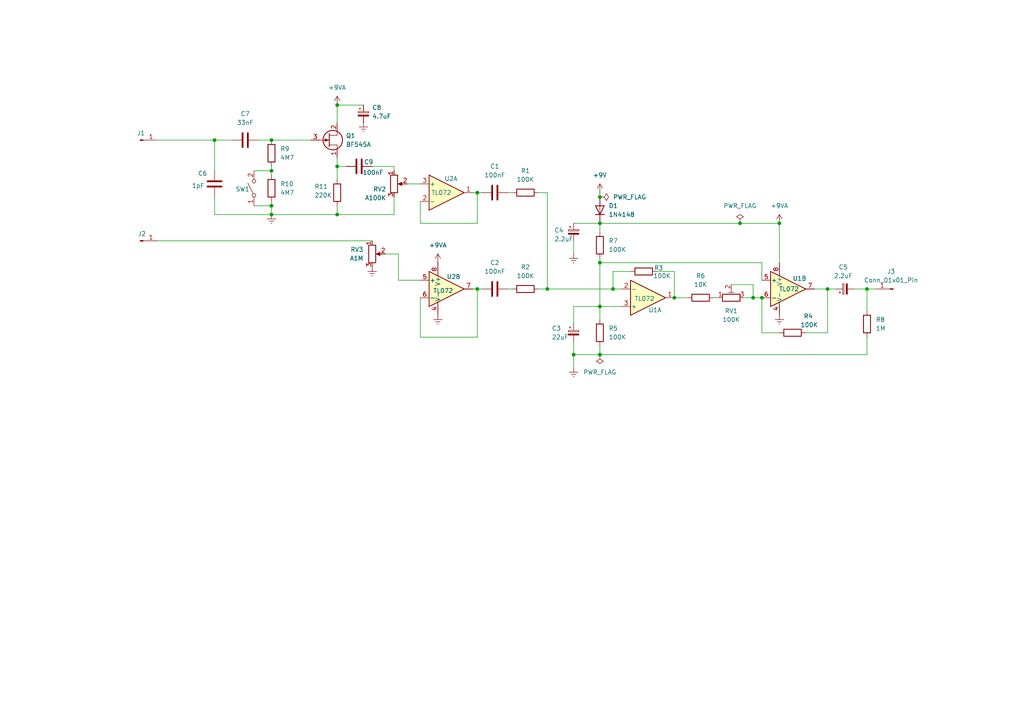
<source format=kicad_sch>
(kicad_sch (version 20250114) (generator "eeschema") (generator_version "9.0")
  (paper "A4")
  (lib_symbols
    (symbol "Amplifier_Operational:TL072" (pin_names (offset 0.127))
      (property "Reference" "U" (at 0 5.08 0))
      (property "Value" "TL072" (at 0 -5.08 0))
      (symbol "TL072_1_1"
        (polyline (pts (xy -5.08 5.08) (xy 5.08 0) (xy -5.08 -5.08) (xy -5.08 5.08)) (stroke (width 0.254)) (fill (type background)))
        (pin input line (at -7.62 2.54 0) (length 2.54) (name "+") (number "3"))
        (pin input line (at -7.62 -2.54 0) (length 2.54) (name "-") (number "2"))
        (pin output line (at 7.62 0 180) (length 2.54) (name "~") (number "1"))
      )
      (symbol "TL072_2_1"
        (polyline (pts (xy -5.08 5.08) (xy 5.08 0) (xy -5.08 -5.08) (xy -5.08 5.08)) (stroke (width 0.254)) (fill (type background)))
        (pin input line (at -7.62 2.54 0) (length 2.54) (name "+") (number "5"))
        (pin input line (at -7.62 -2.54 0) (length 2.54) (name "-") (number "6"))
        (pin output line (at 7.62 0 180) (length 2.54) (name "~") (number "7"))
      )
      (symbol "TL072_3_1"
        (pin power_in line (at -2.54 7.62 270) (length 3.81) (name "V+") (number "8"))
        (pin power_in line (at -2.54 -7.62 90) (length 3.81) (name "V-") (number "4"))
      )
    )
    (symbol "Connector:Conn_01x01_Pin" (pin_names (offset 1.016) (hide yes))
      (property "Reference" "J" (at 0 2.54 0))
      (property "Value" "Conn_01x01_Pin" (at 0 -2.54 0))
      (symbol "Conn_01x01_Pin_1_1"
        (rectangle (start 0.8636 0.127) (end 0 -0.127) (stroke (width 0.1524)) (fill (type outline)))
        (polyline (pts (xy 1.27 0) (xy 0.8636 0)) (stroke (width 0.1524)))
        (pin passive line (at 5.08 0 180) (length 3.81) (name "Pin_1") (number "1"))
      )
    )
    (symbol "Device:C" (pin_numbers (hide yes)) (pin_names (offset 0.254))
      (property "Reference" "C" (at 0.635 2.54 0))
      (property "Value" "C" (at 0.635 -2.54 0))
      (symbol "C_0_1"
        (polyline (pts (xy -2.032 0.762) (xy 2.032 0.762)) (stroke (width 0.508)))
        (polyline (pts (xy -2.032 -0.762) (xy 2.032 -0.762)) (stroke (width 0.508)))
      )
      (symbol "C_1_1"
        (pin passive line (at 0 3.81 270) (length 2.794) (name "~") (number "1"))
        (pin passive line (at 0 -3.81 90) (length 2.794) (name "~") (number "2"))
      )
    )
    (symbol "Device:C_Polarized_Small" (pin_numbers (hide yes)) (pin_names (offset 0.254) (hide yes))
      (property "Reference" "C" (at 0.254 1.778 0))
      (property "Value" "C_Polarized_Small" (at 0.254 -2.032 0))
      (symbol "C_Polarized_Small_0_1"
        (rectangle (start -1.524 0.6858) (end 1.524 0.3048))
        (rectangle (start -1.524 -0.3048) (end 1.524 -0.6858) (fill (type outline)))
        (polyline (pts (xy -1.27 1.524) (xy -0.762 1.524)))
        (polyline (pts (xy -1.016 1.27) (xy -1.016 1.778)))
      )
      (symbol "C_Polarized_Small_1_1"
        (pin passive line (at 0 2.54 270) (length 1.8542) (name "~") (number "1"))
        (pin passive line (at 0 -2.54 90) (length 1.8542) (name "~") (number "2"))
      )
    )
    (symbol "Device:R" (pin_numbers (hide yes)) (pin_names (offset 0))
      (property "Reference" "R" (at 2.032 0 90))
      (property "Value" "R" (at 0 0 90))
      (symbol "R_0_1"
        (rectangle (start -1.016 -2.54) (end 1.016 2.54) (stroke (width 0.254)))
      )
      (symbol "R_1_1"
        (pin passive line (at 0 3.81 270) (length 1.27) (name "~") (number "1"))
        (pin passive line (at 0 -3.81 90) (length 1.27) (name "~") (number "2"))
      )
    )
    (symbol "Device:R_Potentiometer" (pin_names (offset 1.016) (hide yes))
      (property "Reference" "RV" (at -4.445 0 90))
      (property "Value" "R_Potentiometer" (at -2.54 0 90))
      (symbol "R_Potentiometer_0_1"
        (rectangle (start 1.016 2.54) (end -1.016 -2.54) (stroke (width 0.254)))
        (polyline (pts (xy 1.143 0) (xy 2.286 0.508) (xy 2.286 -0.508) (xy 1.143 0)) (fill (type outline)))
        (polyline (pts (xy 2.54 0) (xy 1.524 0)))
      )
      (symbol "R_Potentiometer_1_1"
        (pin passive line (at 0 3.81 270) (length 1.27) (name "1") (number "1"))
        (pin passive line (at 0 -3.81 90) (length 1.27) (name "3") (number "3"))
        (pin passive line (at 3.81 0 180) (length 1.27) (name "2") (number "2"))
      )
    )
    (symbol "Device:R_Potentiometer_Trim" (pin_names (offset 1.016) (hide yes))
      (property "Reference" "RV" (at -4.445 0 90))
      (property "Value" "R_Potentiometer_Trim" (at -2.54 0 90))
      (symbol "R_Potentiometer_Trim_0_1"
        (rectangle (start 1.016 2.54) (end -1.016 -2.54) (stroke (width 0.254)))
        (polyline (pts (xy 1.524 0.762) (xy 1.524 -0.762)))
        (polyline (pts (xy 2.54 0) (xy 1.524 0)))
      )
      (symbol "R_Potentiometer_Trim_1_1"
        (pin passive line (at 0 3.81 270) (length 1.27) (name "1") (number "1"))
        (pin passive line (at 0 -3.81 90) (length 1.27) (name "3") (number "3"))
        (pin passive line (at 3.81 0 180) (length 1.27) (name "2") (number "2"))
      )
    )
    (symbol "Diode:1N4148" (pin_numbers (hide yes)) (pin_names (hide yes))
      (property "Reference" "D" (at 0 2.54 0))
      (property "Value" "1N4148" (at 0 -2.54 0))
      (symbol "1N4148_0_1"
        (polyline (pts (xy -1.27 1.27) (xy -1.27 -1.27)) (stroke (width 0.254)))
        (polyline (pts (xy 1.27 1.27) (xy 1.27 -1.27) (xy -1.27 0) (xy 1.27 1.27)) (stroke (width 0.254)))
        (polyline (pts (xy 1.27 0) (xy -1.27 0)))
      )
      (symbol "1N4148_1_1"
        (pin passive line (at -3.81 0 0) (length 2.54) (name "K") (number "1"))
        (pin passive line (at 3.81 0 180) (length 2.54) (name "A") (number "2"))
      )
    )
    (symbol "Switch:SW_SPST" (pin_names (offset 0) (hide yes))
      (property "Reference" "SW" (at 0 3.175 0))
      (property "Value" "SW_SPST" (at 0 -2.54 0))
      (symbol "SW_SPST_0_0"
        (circle (center -2.032 0) (radius 0.508))
        (polyline (pts (xy -1.524 0.254) (xy 1.524 1.778)))
        (circle (center 2.032 0) (radius 0.508))
      )
      (symbol "SW_SPST_1_1"
        (pin passive line (at -5.08 0 0) (length 2.54) (name "A") (number "1"))
        (pin passive line (at 5.08 0 180) (length 2.54) (name "B") (number "2"))
      )
    )
    (symbol "Transistor_FET:BF545A" (pin_names (hide yes))
      (property "Reference" "Q" (at 5.08 1.905 0))
      (property "Value" "BF545A" (at 5.08 0 0))
      (symbol "BF545A_0_1"
        (polyline (pts (xy 0 0) (xy -1.016 0.381) (xy -1.016 -0.381) (xy 0 0)) (fill (type outline)))
        (polyline (pts (xy 0.254 1.905) (xy 0.254 -1.905)) (stroke (width 0.254)))
        (polyline (pts (xy 0.254 0) (xy -2.54 0)))
        (circle (center 1.27 0) (radius 2.8194) (stroke (width 0.254)))
        (polyline (pts (xy 2.54 2.54) (xy 2.54 1.397) (xy 0.254 1.397)))
        (polyline (pts (xy 2.54 -2.54) (xy 2.54 -1.397) (xy 0.254 -1.397)))
      )
      (symbol "BF545A_1_1"
        (pin input line (at -5.08 0 0) (length 2.54) (name "G") (number "3"))
        (pin passive line (at 2.54 5.08 270) (length 2.54) (name "D") (number "2"))
        (pin passive line (at 2.54 -5.08 90) (length 2.54) (name "S") (number "1"))
      )
    )
    (symbol "power:+9V" (power) (pin_numbers (hide yes)) (pin_names (offset 0) (hide yes))
      (property "Value" "+9V" (at 0 3.556 0))
      (symbol "+9V_0_1"
        (polyline (pts (xy -0.762 1.27) (xy 0 2.54)))
        (polyline (pts (xy 0 2.54) (xy 0.762 1.27)))
        (polyline (pts (xy 0 0) (xy 0 2.54)))
      )
      (symbol "+9V_1_1"
        (pin power_in line (at 0 0 90) (length 0) (name "~") (number "1"))
      )
    )
    (symbol "power:+9VA" (power) (pin_numbers (hide yes)) (pin_names (offset 0) (hide yes))
      (property "Value" "+9VA" (at 0 3.556 0))
      (symbol "+9VA_0_1"
        (polyline (pts (xy -0.762 1.27) (xy 0 2.54)))
        (polyline (pts (xy 0 2.54) (xy 0.762 1.27)))
        (polyline (pts (xy 0 0) (xy 0 2.54)))
      )
      (symbol "+9VA_1_1"
        (pin power_in line (at 0 0 90) (length 0) (name "~") (number "1"))
      )
    )
    (symbol "power:Earth" (power) (pin_numbers (hide yes)) (pin_names (offset 0) (hide yes))
      (property "Value" "Earth" (at 0 -3.81 0))
      (symbol "Earth_0_1"
        (polyline (pts (xy -0.635 -1.905) (xy 0.635 -1.905)))
        (polyline (pts (xy -0.127 -2.54) (xy 0.127 -2.54)))
        (polyline (pts (xy 0 -1.27) (xy 0 0)))
        (polyline (pts (xy 1.27 -1.27) (xy -1.27 -1.27)))
      )
      (symbol "Earth_1_1"
        (pin power_in line (at 0 0 270) (length 0) (name "~") (number "1"))
      )
    )
    (symbol "power:PWR_FLAG" (power) (pin_numbers (hide yes)) (pin_names (offset 0) (hide yes))
      (property "Value" "PWR_FLAG" (at 0 3.81 0))
      (symbol "PWR_FLAG_0_0"
        (pin power_out line (at 0 0 90) (length 0) (name "~") (number "1"))
      )
      (symbol "PWR_FLAG_0_1"
        (polyline (pts (xy 0 0) (xy 0 1.27) (xy -1.016 1.905) (xy 0 2.54) (xy 1.016 1.905) (xy 0 1.27)))
      )
    )
  )
  (junction (at 214.63 64.77))
  (junction (at 226.06 64.77))
  (junction (at 78.74 49.53))
  (junction (at 173.99 102.87))
  (junction (at 138.43 83.82))
  (junction (at 173.99 64.77))
  (junction (at 195.58 86.36))
  (junction (at 78.74 40.64))
  (junction (at 173.99 88.9))
  (junction (at 158.75 83.82))
  (junction (at 62.23 40.64))
  (junction (at 220.98 86.36))
  (junction (at 138.43 55.88))
  (junction (at 166.37 102.87))
  (junction (at 240.03 83.82))
  (junction (at 251.46 83.82))
  (junction (at 97.79 48.26))
  (junction (at 78.74 62.23))
  (junction (at 173.99 76.2))
  (junction (at 177.8 83.82))
  (junction (at 218.44 86.36))
  (junction (at 173.99 57.15))
  (junction (at 97.79 30.48))
  (junction (at 97.79 62.23))
  (junction (at 78.74 59.69))
  (wire (pts (xy 45.72 69.85) (xy 107.95 69.85)))
  (wire (pts (xy 215.9 86.36) (xy 218.44 86.36)))
  (wire (pts (xy 240.03 83.82) (xy 242.57 83.82)))
  (wire (pts (xy 190.5 78.74) (xy 195.58 78.74)))
  (wire (pts (xy 114.3 49.53) (xy 114.3 48.26)))
  (wire (pts (xy 78.74 59.69) (xy 78.74 62.23)))
  (wire (pts (xy 173.99 88.9) (xy 180.34 88.9)))
  (wire (pts (xy 166.37 102.87) (xy 173.99 102.87)))
  (wire (pts (xy 111.76 73.66) (xy 115.57 73.66)))
  (wire (pts (xy 138.43 64.77) (xy 121.92 64.77)))
  (wire (pts (xy 114.3 62.23) (xy 97.79 62.23)))
  (wire (pts (xy 226.06 64.77) (xy 226.06 76.2)))
  (wire (pts (xy 220.98 86.36) (xy 220.98 96.52)))
  (wire (pts (xy 97.79 52.07) (xy 97.79 48.26)))
  (wire (pts (xy 97.79 62.23) (xy 97.79 59.69)))
  (wire (pts (xy 173.99 76.2) (xy 220.98 76.2)))
  (wire (pts (xy 158.75 55.88) (xy 158.75 83.82)))
  (wire (pts (xy 97.79 30.48) (xy 97.79 35.56)))
  (wire (pts (xy 240.03 96.52) (xy 233.68 96.52)))
  (wire (pts (xy 147.32 83.82) (xy 148.59 83.82)))
  (wire (pts (xy 158.75 83.82) (xy 177.8 83.82)))
  (wire (pts (xy 78.74 48.26) (xy 78.74 49.53)))
  (wire (pts (xy 166.37 102.87) (xy 166.37 106.68)))
  (wire (pts (xy 78.74 62.23) (xy 97.79 62.23)))
  (wire (pts (xy 74.93 40.64) (xy 78.74 40.64)))
  (wire (pts (xy 173.99 64.77) (xy 166.37 64.77)))
  (wire (pts (xy 240.03 96.52) (xy 240.03 83.82)))
  (wire (pts (xy 147.32 55.88) (xy 148.59 55.88)))
  (wire (pts (xy 118.11 53.34) (xy 121.92 53.34)))
  (wire (pts (xy 73.66 49.53) (xy 78.74 49.53)))
  (wire (pts (xy 166.37 88.9) (xy 166.37 93.98)))
  (wire (pts (xy 240.03 83.82) (xy 236.22 83.82)))
  (wire (pts (xy 114.3 48.26) (xy 107.95 48.26)))
  (wire (pts (xy 173.99 76.2) (xy 173.99 74.93)))
  (wire (pts (xy 138.43 97.79) (xy 138.43 83.82)))
  (wire (pts (xy 173.99 102.87) (xy 251.46 102.87)))
  (wire (pts (xy 207.01 86.36) (xy 208.28 86.36)))
  (wire (pts (xy 166.37 99.06) (xy 166.37 102.87)))
  (wire (pts (xy 173.99 88.9) (xy 173.99 92.71)))
  (wire (pts (xy 214.63 64.77) (xy 226.06 64.77)))
  (wire (pts (xy 137.16 55.88) (xy 138.43 55.88)))
  (wire (pts (xy 78.74 58.42) (xy 78.74 59.69)))
  (wire (pts (xy 220.98 76.2) (xy 220.98 81.28)))
  (wire (pts (xy 195.58 78.74) (xy 195.58 86.36)))
  (wire (pts (xy 121.92 86.36) (xy 121.92 97.79)))
  (wire (pts (xy 97.79 30.48) (xy 105.41 30.48)))
  (wire (pts (xy 138.43 55.88) (xy 139.7 55.88)))
  (wire (pts (xy 115.57 81.28) (xy 121.92 81.28)))
  (wire (pts (xy 121.92 64.77) (xy 121.92 58.42)))
  (wire (pts (xy 45.72 40.64) (xy 62.23 40.64)))
  (wire (pts (xy 177.8 83.82) (xy 180.34 83.82)))
  (wire (pts (xy 62.23 40.64) (xy 67.31 40.64)))
  (wire (pts (xy 173.99 76.2) (xy 173.99 88.9)))
  (wire (pts (xy 166.37 88.9) (xy 173.99 88.9)))
  (wire (pts (xy 62.23 40.64) (xy 62.23 49.53)))
  (wire (pts (xy 137.16 83.82) (xy 138.43 83.82)))
  (wire (pts (xy 212.09 82.55) (xy 218.44 82.55)))
  (wire (pts (xy 97.79 48.26) (xy 97.79 45.72)))
  (wire (pts (xy 173.99 64.77) (xy 214.63 64.77)))
  (wire (pts (xy 100.33 48.26) (xy 97.79 48.26)))
  (wire (pts (xy 78.74 40.64) (xy 90.17 40.64)))
  (wire (pts (xy 177.8 83.82) (xy 177.8 78.74)))
  (wire (pts (xy 158.75 55.88) (xy 156.21 55.88)))
  (wire (pts (xy 173.99 64.77) (xy 173.99 67.31)))
  (wire (pts (xy 73.66 59.69) (xy 78.74 59.69)))
  (wire (pts (xy 138.43 83.82) (xy 139.7 83.82)))
  (wire (pts (xy 173.99 57.15) (xy 173.99 55.88)))
  (wire (pts (xy 251.46 102.87) (xy 251.46 97.79)))
  (wire (pts (xy 138.43 55.88) (xy 138.43 64.77)))
  (wire (pts (xy 62.23 57.15) (xy 62.23 62.23)))
  (wire (pts (xy 78.74 49.53) (xy 78.74 50.8)))
  (wire (pts (xy 247.65 83.82) (xy 251.46 83.82)))
  (wire (pts (xy 177.8 78.74) (xy 182.88 78.74)))
  (wire (pts (xy 121.92 97.79) (xy 138.43 97.79)))
  (wire (pts (xy 173.99 100.33) (xy 173.99 102.87)))
  (wire (pts (xy 166.37 69.85) (xy 166.37 73.66)))
  (wire (pts (xy 251.46 83.82) (xy 254 83.82)))
  (wire (pts (xy 156.21 83.82) (xy 158.75 83.82)))
  (wire (pts (xy 195.58 86.36) (xy 199.39 86.36)))
  (wire (pts (xy 220.98 96.52) (xy 226.06 96.52)))
  (wire (pts (xy 251.46 83.82) (xy 251.46 90.17)))
  (wire (pts (xy 114.3 57.15) (xy 114.3 62.23)))
  (wire (pts (xy 218.44 82.55) (xy 218.44 86.36)))
  (wire (pts (xy 62.23 62.23) (xy 78.74 62.23)))
  (wire (pts (xy 115.57 73.66) (xy 115.57 81.28)))
  (wire (pts (xy 218.44 86.36) (xy 220.98 86.36)))
  (symbol (lib_id "power:+9VA") (at 226.06 64.77 0) (unit 1)
    (property "Reference" "#PWR06" (effects (hide yes)))
    (property "Value" "+9VA" (at 226.06 59.69 0))
    (property "Description" "Power symbol creates a global label with name \"+9VA\"" (effects (hide yes)))
  )
  (symbol (lib_id "Device:C") (at 62.23 53.34 0) (unit 1)
    (property "Reference" "C6" (at 57.404 50.292 0) (effects (justify left)))
    (property "Value" "1pF" (at 55.626 53.848 0) (effects (justify left)))
    (property "Description" "Unpolarized capacitor" (effects (hide yes)))
  )
  (symbol (lib_id "Amplifier_Operational:TL072") (at 129.54 83.82 0) (unit 3)
    (property "Reference" "U2" (effects (hide yes)))
    (property "Value" "TL072" (effects (hide yes)))
    (property "Datasheet" "http://www.ti.com/lit/ds/symlink/tl071.pdf" (effects (hide yes)))
    (property "Description" "Dual Low-Noise JFET-Input Operational Amplifiers, DIP-8/SOIC-8" (effects (hide yes)))
  )
  (symbol (lib_id "Amplifier_Operational:TL072") (at 187.96 86.36 0) (mirror x) (unit 1)
    (property "Reference" "U1" (at 189.992 89.916 0))
    (property "Value" "TL072" (at 186.944 86.614 0))
    (property "Datasheet" "http://www.ti.com/lit/ds/symlink/tl071.pdf" (effects (hide yes)))
    (property "Description" "Dual Low-Noise JFET-Input Operational Amplifiers, DIP-8/SOIC-8" (effects (hide yes)))
  )
  (symbol (lib_id "Connector:Conn_01x01_Pin") (at 259.08 83.82 180) (unit 1)
    (property "Reference" "J3" (at 258.445 78.74 0))
    (property "Value" "Conn_01x01_Pin" (at 258.445 81.28 0))
    (property "Description" "Generic connector, single row, 01x01, script generated" (effects (hide yes)))
  )
  (symbol (lib_id "Device:C_Polarized_Small") (at 166.37 96.52 0) (unit 1)
    (property "Reference" "C3" (at 160.02 95.25 0) (effects (justify left)))
    (property "Value" "22uF" (at 160.02 97.79 0) (effects (justify left)))
    (property "Description" "Polarized capacitor, small symbol" (effects (hide yes)))
  )
  (symbol (lib_id "Device:R") (at 97.79 55.88 0) (unit 1)
    (property "Reference" "R11" (at 91.186 54.102 0) (effects (justify left)))
    (property "Value" "220K" (at 91.186 56.642 0) (effects (justify left)))
    (property "Description" "Resistor" (effects (hide yes)))
  )
  (symbol (lib_id "Connector:Conn_01x01_Pin") (at 40.64 40.64 0) (unit 1)
    (property "Reference" "J1" (at 40.894 38.608 0))
    (property "Value" "Conn_01x01_Pin" (effects (hide yes)))
    (property "Description" "Generic connector, single row, 01x01, script generated" (effects (hide yes)))
  )
  (symbol (lib_id "power:PWR_FLAG") (at 214.63 64.77 0) (unit 1)
    (property "Reference" "#FLG03" (effects (hide yes)))
    (property "Value" "PWR_FLAG" (at 214.63 59.69 0))
    (property "Description" "Special symbol for telling ERC where power comes from" (effects (hide yes)))
  )
  (symbol (lib_id "Transistor_FET:BF545A") (at 95.25 40.64 0) (unit 1)
    (property "Reference" "Q1" (at 100.33 39.3699 0) (effects (justify left)))
    (property "Value" "BF545A" (at 100.33 41.9099 0) (effects (justify left)))
    (property "Footprint" "Package_TO_SOT_SMD:SOT-23" (effects (hide yes)))
    (property "Datasheet" "https://www.nxp.com/docs/en/data-sheet/BF545A_BF545B_BF545C.pdf" (effects (hide yes)))
    (property "Description" "5mA Idss, 30V Vgs, N-Channel JFET, SOT-23" (effects (hide yes)))
  )
  (symbol (lib_id "Device:C_Polarized_Small") (at 245.11 83.82 90) (unit 1)
    (property "Reference" "C5" (at 244.5639 77.47 90))
    (property "Value" "2.2uF" (at 244.5639 80.01 90))
    (property "Description" "Polarized capacitor, small symbol" (effects (hide yes)))
  )
  (symbol (lib_id "Device:C") (at 143.51 55.88 90) (unit 1)
    (property "Reference" "C1" (at 143.51 48.26 90))
    (property "Value" "100nF" (at 143.51 50.8 90))
    (property "Description" "Unpolarized capacitor" (effects (hide yes)))
  )
  (symbol (lib_id "power:Earth") (at 127 91.44 0) (unit 1)
    (property "Reference" "#PWR04" (effects (hide yes)))
    (property "Value" "Earth" (effects (hide yes)))
    (property "Description" "Power symbol creates a global label with name \"Earth\"" (effects (hide yes)))
  )
  (symbol (lib_id "Device:R") (at 152.4 83.82 90) (unit 1)
    (property "Reference" "R2" (at 152.4 77.47 90))
    (property "Value" "100K" (at 152.4 80.01 90))
    (property "Description" "Resistor" (effects (hide yes)))
  )
  (symbol (lib_id "power:Earth") (at 105.41 35.56 0) (unit 1)
    (property "Reference" "#PWR011" (effects (hide yes)))
    (property "Value" "Earth" (effects (hide yes)))
    (property "Description" "Power symbol creates a global label with name \"Earth\"" (effects (hide yes)))
  )
  (symbol (lib_id "Device:R") (at 203.2 86.36 270) (unit 1)
    (property "Reference" "R6" (at 203.2 80.01 90))
    (property "Value" "10K" (at 203.2 82.55 90))
    (property "Description" "Resistor" (effects (hide yes)))
  )
  (symbol (lib_id "Device:R_Potentiometer_Trim") (at 212.09 86.36 90) (unit 1)
    (property "Reference" "RV1" (at 212.09 90.17 90))
    (property "Value" "100K" (at 212.09 92.71 90))
    (property "Description" "Trim-potentiometer" (effects (hide yes)))
  )
  (symbol (lib_id "power:Earth") (at 226.06 91.44 0) (unit 1)
    (property "Reference" "#PWR03" (effects (hide yes)))
    (property "Value" "Earth" (effects (hide yes)))
    (property "Description" "Power symbol creates a global label with name \"Earth\"" (effects (hide yes)))
  )
  (symbol (lib_id "power:Earth") (at 166.37 73.66 0) (unit 1)
    (property "Reference" "#PWR01" (effects (hide yes)))
    (property "Value" "Earth" (effects (hide yes)))
    (property "Description" "Power symbol creates a global label with name \"Earth\"" (effects (hide yes)))
  )
  (symbol (lib_id "Device:R") (at 173.99 96.52 180) (unit 1)
    (property "Reference" "R5" (at 176.53 95.2499 0) (effects (justify right)))
    (property "Value" "100K" (at 176.53 97.7899 0) (effects (justify right)))
    (property "Description" "Resistor" (effects (hide yes)))
  )
  (symbol (lib_id "power:+9V") (at 173.99 55.88 0) (unit 1)
    (property "Reference" "#PWR05" (effects (hide yes)))
    (property "Value" "+9V" (at 173.99 50.8 0))
    (property "Description" "Power symbol creates a global label with name \"+9V\"" (effects (hide yes)))
  )
  (symbol (lib_id "power:PWR_FLAG") (at 173.99 57.15 270) (unit 1)
    (property "Reference" "#FLG01" (effects (hide yes)))
    (property "Value" "PWR_FLAG" (at 177.8 57.1499 90) (effects (justify left)))
    (property "Description" "Special symbol for telling ERC where power comes from" (effects (hide yes)))
  )
  (symbol (lib_id "power:PWR_FLAG") (at 173.99 102.87 180) (unit 1)
    (property "Reference" "#FLG02" (effects (hide yes)))
    (property "Value" "PWR_FLAG" (at 173.99 107.95 0))
    (property "Description" "Special symbol for telling ERC where power comes from" (effects (hide yes)))
  )
  (symbol (lib_id "Device:C_Polarized_Small") (at 105.41 33.02 0) (unit 1)
    (property "Reference" "C8" (at 107.95 31.2038 0) (effects (justify left)))
    (property "Value" "4.7uF" (at 107.95 33.7438 0) (effects (justify left)))
    (property "Description" "Polarized capacitor, small symbol" (effects (hide yes)))
  )
  (symbol (lib_id "Device:R") (at 152.4 55.88 90) (unit 1)
    (property "Reference" "R1" (at 152.4 49.53 90))
    (property "Value" "100K" (at 152.4 52.07 90))
    (property "Description" "Resistor" (effects (hide yes)))
  )
  (symbol (lib_id "Device:R") (at 78.74 54.61 0) (unit 1)
    (property "Reference" "R10" (at 81.28 53.3399 0) (effects (justify left)))
    (property "Value" "4M7" (at 81.28 55.8799 0) (effects (justify left)))
    (property "Description" "Resistor" (effects (hide yes)))
  )
  (symbol (lib_id "Device:R") (at 229.87 96.52 90) (unit 1)
    (property "Reference" "R4" (at 234.442 91.694 90))
    (property "Value" "100K" (at 234.696 94.234 90))
    (property "Description" "Resistor" (effects (hide yes)))
  )
  (symbol (lib_id "Device:C_Polarized_Small") (at 166.37 67.31 0) (unit 1)
    (property "Reference" "C4" (at 160.782 66.802 0) (effects (justify left)))
    (property "Value" "2.2uF" (at 160.782 69.342 0) (effects (justify left)))
    (property "Description" "Polarized capacitor, small symbol" (effects (hide yes)))
  )
  (symbol (lib_id "Device:C") (at 143.51 83.82 90) (unit 1)
    (property "Reference" "C2" (at 143.51 76.2 90))
    (property "Value" "100nF" (at 143.51 78.74 90))
    (property "Description" "Unpolarized capacitor" (effects (hide yes)))
  )
  (symbol (lib_id "power:Earth") (at 78.74 62.23 0) (unit 1)
    (property "Reference" "#PWR09" (effects (hide yes)))
    (property "Value" "Earth" (effects (hide yes)))
    (property "Description" "Power symbol creates a global label with name \"Earth\"" (effects (hide yes)))
  )
  (symbol (lib_id "Device:C") (at 71.12 40.64 90) (unit 1)
    (property "Reference" "C7" (at 71.12 33.02 90))
    (property "Value" "33nF" (at 71.12 35.56 90))
    (property "Description" "Unpolarized capacitor" (effects (hide yes)))
  )
  (symbol (lib_id "Amplifier_Operational:TL072") (at 129.54 55.88 0) (unit 1)
    (property "Reference" "U2" (at 130.81 51.816 0))
    (property "Value" "TL072" (at 128.016 55.88 0))
    (property "Datasheet" "http://www.ti.com/lit/ds/symlink/tl071.pdf" (effects (hide yes)))
    (property "Description" "Dual Low-Noise JFET-Input Operational Amplifiers, DIP-8/SOIC-8" (effects (hide yes)))
  )
  (symbol (lib_id "power:+9VA") (at 97.79 30.48 0) (unit 1)
    (property "Reference" "#PWR010" (effects (hide yes)))
    (property "Value" "+9VA" (at 97.79 25.4 0))
    (property "Description" "Power symbol creates a global label with name \"+9VA\"" (effects (hide yes)))
  )
  (symbol (lib_id "Amplifier_Operational:TL072") (at 129.54 83.82 0) (unit 2)
    (property "Reference" "U2" (at 131.572 80.264 0))
    (property "Value" "TL072" (at 128.524 84.328 0))
    (property "Datasheet" "http://www.ti.com/lit/ds/symlink/tl071.pdf" (effects (hide yes)))
    (property "Description" "Dual Low-Noise JFET-Input Operational Amplifiers, DIP-8/SOIC-8" (effects (hide yes)))
  )
  (symbol (lib_id "Device:R") (at 251.46 93.98 180) (unit 1)
    (property "Reference" "R8" (at 254 92.7099 0) (effects (justify right)))
    (property "Value" "1M" (at 254 95.2499 0) (effects (justify right)))
    (property "Description" "Resistor" (effects (hide yes)))
  )
  (symbol (lib_id "Device:R_Potentiometer") (at 107.95 73.66 0) (unit 1)
    (property "Reference" "RV3" (at 105.41 72.3899 0) (effects (justify right)))
    (property "Value" "A1M" (at 105.41 74.9299 0) (effects (justify right)))
    (property "Description" "Potentiometer" (effects (hide yes)))
  )
  (symbol (lib_id "Amplifier_Operational:TL072") (at 228.6 83.82 0) (unit 3)
    (property "Reference" "U1" (effects (hide yes)))
    (property "Value" "TL072" (effects (hide yes)))
    (property "Datasheet" "http://www.ti.com/lit/ds/symlink/tl071.pdf" (effects (hide yes)))
    (property "Description" "Dual Low-Noise JFET-Input Operational Amplifiers, DIP-8/SOIC-8" (effects (hide yes)))
  )
  (symbol (lib_id "Switch:SW_SPST") (at 73.66 54.61 90) (unit 1)
    (property "Reference" "SW1" (at 68.326 54.864 90) (effects (justify right)))
    (property "Value" "SW_SPST" (effects (hide yes)))
    (property "Description" "Single Pole Single Throw (SPST) switch" (effects (hide yes)))
  )
  (symbol (lib_id "Device:C") (at 104.14 48.26 90) (unit 1)
    (property "Reference" "C9" (at 106.934 46.99 90))
    (property "Value" "100nF" (at 108.204 50.038 90))
    (property "Description" "Unpolarized capacitor" (effects (hide yes)))
  )
  (symbol (lib_id "power:Earth") (at 166.37 106.68 0) (unit 1)
    (property "Reference" "#PWR02" (effects (hide yes)))
    (property "Value" "Earth" (effects (hide yes)))
    (property "Description" "Power symbol creates a global label with name \"Earth\"" (effects (hide yes)))
  )
  (symbol (lib_id "power:Earth") (at 107.95 77.47 0) (unit 1)
    (property "Reference" "#PWR014" (effects (hide yes)))
    (property "Value" "Earth" (effects (hide yes)))
    (property "Description" "Power symbol creates a global label with name \"Earth\"" (effects (hide yes)))
  )
  (symbol (lib_id "Amplifier_Operational:TL072") (at 228.6 83.82 0) (unit 2)
    (property "Reference" "U1" (at 231.902 80.772 0))
    (property "Value" "TL072" (at 228.854 83.82 0))
    (property "Datasheet" "http://www.ti.com/lit/ds/symlink/tl071.pdf" (effects (hide yes)))
    (property "Description" "Dual Low-Noise JFET-Input Operational Amplifiers, DIP-8/SOIC-8" (effects (hide yes)))
  )
  (symbol (lib_id "power:+9VA") (at 127 76.2 0) (unit 1)
    (property "Reference" "#PWR07" (effects (hide yes)))
    (property "Value" "+9VA" (at 127 71.12 0))
    (property "Description" "Power symbol creates a global label with name \"+9VA\"" (effects (hide yes)))
  )
  (symbol (lib_id "Device:R") (at 186.69 78.74 90) (unit 1)
    (property "Reference" "R3" (at 191.008 77.724 90))
    (property "Value" "100K" (at 192.024 80.01 90))
    (property "Description" "Resistor" (effects (hide yes)))
  )
  (symbol (lib_id "Device:R") (at 78.74 44.45 0) (unit 1)
    (property "Reference" "R9" (at 81.28 43.1799 0) (effects (justify left)))
    (property "Value" "4M7" (at 81.28 45.7199 0) (effects (justify left)))
    (property "Description" "Resistor" (effects (hide yes)))
  )
  (symbol (lib_id "Device:R") (at 173.99 71.12 180) (unit 1)
    (property "Reference" "R7" (at 176.53 69.8499 0) (effects (justify right)))
    (property "Value" "100K" (at 176.53 72.3899 0) (effects (justify right)))
    (property "Description" "Resistor" (effects (hide yes)))
  )
  (symbol (lib_id "Connector:Conn_01x01_Pin") (at 40.64 69.85 0) (unit 1)
    (property "Reference" "J2" (at 41.148 67.818 0))
    (property "Value" "Conn_01x01_Pin" (effects (hide yes)))
    (property "Description" "Generic connector, single row, 01x01, script generated" (effects (hide yes)))
  )
  (symbol (lib_id "Diode:1N4148") (at 173.99 60.96 90) (unit 1)
    (property "Reference" "D1" (at 176.53 59.6899 90) (effects (justify right)))
    (property "Value" "1N4148" (at 176.53 62.2299 90) (effects (justify right)))
    (property "Footprint" "Diode_THT:D_DO-35_SOD27_P7.62mm_Horizontal" (effects (hide yes)))
    (property "Datasheet" "https://assets.nexperia.com/documents/data-sheet/1N4148_1N4448.pdf" (effects (hide yes)))
    (property "Description" "100V 0.15A standard switching diode, DO-35" (effects (hide yes)))
    (property "Sim.Device" "D" (effects (hide yes)))
    (property "Sim.Pins" "1=K 2=A" (effects (hide yes)))
  )
  (symbol (lib_id "Device:R_Potentiometer") (at 114.3 53.34 0) (unit 1)
    (property "Reference" "RV2" (at 112.014 54.864 0) (effects (justify right)))
    (property "Value" "A100K" (at 112.014 57.404 0) (effects (justify right)))
    (property "Description" "Potentiometer" (effects (hide yes)))
  )
)
</source>
